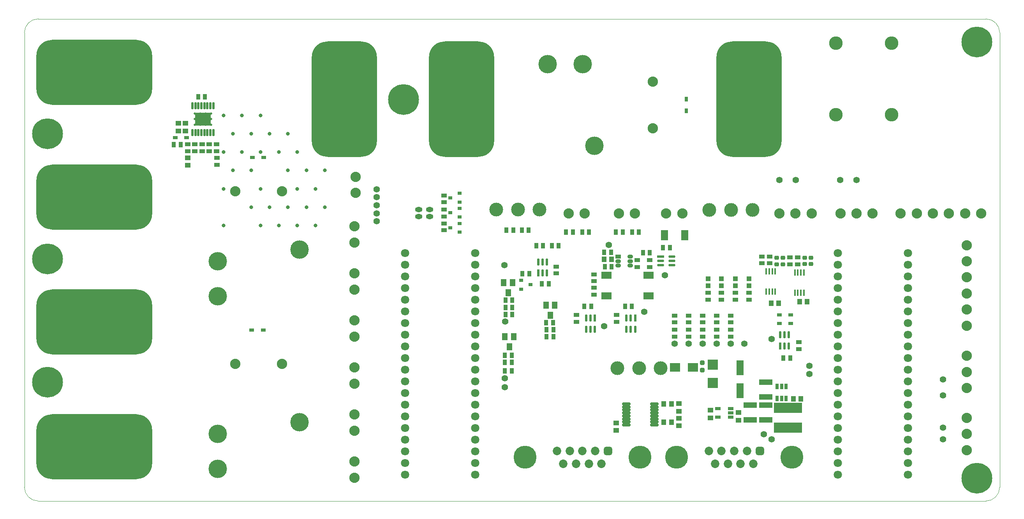
<source format=gts>
G04*
G04 #@! TF.GenerationSoftware,Altium Limited,Altium Designer,23.10.1 (27)*
G04*
G04 Layer_Color=8388736*
%FSLAX25Y25*%
%MOIN*%
G70*
G04*
G04 #@! TF.SameCoordinates,CFD1AF01-5425-4A94-9F85-96FFE65A43DD*
G04*
G04*
G04 #@! TF.FilePolarity,Negative*
G04*
G01*
G75*
%ADD22C,0.00039*%
G04:AMPARAMS|DCode=28|XSize=59.06mil|YSize=17.72mil|CornerRadius=1.95mil|HoleSize=0mil|Usage=FLASHONLY|Rotation=90.000|XOffset=0mil|YOffset=0mil|HoleType=Round|Shape=RoundedRectangle|*
%AMROUNDEDRECTD28*
21,1,0.05906,0.01382,0,0,90.0*
21,1,0.05516,0.01772,0,0,90.0*
1,1,0.00390,0.00691,0.02758*
1,1,0.00390,0.00691,-0.02758*
1,1,0.00390,-0.00691,-0.02758*
1,1,0.00390,-0.00691,0.02758*
%
%ADD28ROUNDEDRECTD28*%
G04:AMPARAMS|DCode=30|XSize=60.62mil|YSize=22.28mil|CornerRadius=11.14mil|HoleSize=0mil|Usage=FLASHONLY|Rotation=0.000|XOffset=0mil|YOffset=0mil|HoleType=Round|Shape=RoundedRectangle|*
%AMROUNDEDRECTD30*
21,1,0.06062,0.00000,0,0,0.0*
21,1,0.03834,0.02228,0,0,0.0*
1,1,0.02228,0.01917,0.00000*
1,1,0.02228,-0.01917,0.00000*
1,1,0.02228,-0.01917,0.00000*
1,1,0.02228,0.01917,0.00000*
%
%ADD30ROUNDEDRECTD30*%
%ADD31R,0.06062X0.02228*%
%ADD39R,0.02228X0.06062*%
G04:AMPARAMS|DCode=40|XSize=60.62mil|YSize=22.28mil|CornerRadius=11.14mil|HoleSize=0mil|Usage=FLASHONLY|Rotation=90.000|XOffset=0mil|YOffset=0mil|HoleType=Round|Shape=RoundedRectangle|*
%AMROUNDEDRECTD40*
21,1,0.06062,0.00000,0,0,90.0*
21,1,0.03834,0.02228,0,0,90.0*
1,1,0.02228,0.00000,0.01917*
1,1,0.02228,0.00000,-0.01917*
1,1,0.02228,0.00000,-0.01917*
1,1,0.02228,0.00000,0.01917*
%
%ADD40ROUNDEDRECTD40*%
%ADD41R,0.06299X0.12598*%
%ADD48R,0.01772X0.05709*%
%ADD55R,0.03556X0.03162*%
%ADD56R,0.03753X0.04737*%
%ADD57R,0.03950X0.03162*%
%ADD58R,0.04540X0.03950*%
%ADD59R,0.04737X0.03753*%
%ADD60R,0.03753X0.04540*%
%ADD61O,0.04737X0.03556*%
%ADD62R,0.04737X0.03556*%
%ADD63R,0.04540X0.03753*%
%ADD64R,0.09068X0.06312*%
%ADD65R,0.03950X0.04540*%
%ADD66R,0.06312X0.09068*%
%ADD67O,0.06312X0.04343*%
%ADD68R,0.02965X0.04934*%
%ADD69R,0.11824X0.04934*%
%ADD70R,0.24422X0.08674*%
G04:AMPARAMS|DCode=71|XSize=37.92mil|YSize=34mil|CornerRadius=7.25mil|HoleSize=0mil|Usage=FLASHONLY|Rotation=180.000|XOffset=0mil|YOffset=0mil|HoleType=Round|Shape=RoundedRectangle|*
%AMROUNDEDRECTD71*
21,1,0.03792,0.01950,0,0,180.0*
21,1,0.02342,0.03400,0,0,180.0*
1,1,0.01450,-0.01171,0.00975*
1,1,0.01450,0.01171,0.00975*
1,1,0.01450,0.01171,-0.00975*
1,1,0.01450,-0.01171,-0.00975*
%
%ADD71ROUNDEDRECTD71*%
%ADD72R,0.09068X0.07296*%
G04:AMPARAMS|DCode=73|XSize=39.5mil|YSize=37.53mil|CornerRadius=7.69mil|HoleSize=0mil|Usage=FLASHONLY|Rotation=180.000|XOffset=0mil|YOffset=0mil|HoleType=Round|Shape=RoundedRectangle|*
%AMROUNDEDRECTD73*
21,1,0.03950,0.02215,0,0,180.0*
21,1,0.02411,0.03753,0,0,180.0*
1,1,0.01538,-0.01206,0.01107*
1,1,0.01538,0.01206,0.01107*
1,1,0.01538,0.01206,-0.01107*
1,1,0.01538,-0.01206,-0.01107*
%
%ADD73ROUNDEDRECTD73*%
%ADD74R,0.04934X0.03162*%
%ADD75R,0.08674X0.08674*%
%ADD76R,0.03950X0.03950*%
%ADD77R,0.03162X0.03950*%
%ADD78R,0.04737X0.06312*%
G04:AMPARAMS|DCode=79|XSize=25.72mil|YSize=70.99mil|CornerRadius=5.95mil|HoleSize=0mil|Usage=FLASHONLY|Rotation=270.000|XOffset=0mil|YOffset=0mil|HoleType=Round|Shape=RoundedRectangle|*
%AMROUNDEDRECTD79*
21,1,0.02572,0.05909,0,0,270.0*
21,1,0.01382,0.07099,0,0,270.0*
1,1,0.01190,-0.02955,-0.00691*
1,1,0.01190,-0.02955,0.00691*
1,1,0.01190,0.02955,0.00691*
1,1,0.01190,0.02955,-0.00691*
%
%ADD79ROUNDEDRECTD79*%
%ADD80C,0.08800*%
%ADD81C,0.07099*%
%ADD82C,0.05524*%
%ADD83C,0.26391*%
%ADD84C,0.11800*%
%ADD85C,0.11614*%
G04:AMPARAMS|DCode=86|XSize=992.25mil|YSize=559.18mil|CornerRadius=141.79mil|HoleSize=0mil|Usage=FLASHONLY|Rotation=0.000|XOffset=0mil|YOffset=0mil|HoleType=Round|Shape=RoundedRectangle|*
%AMROUNDEDRECTD86*
21,1,0.99225,0.27559,0,0,0.0*
21,1,0.70866,0.55918,0,0,0.0*
1,1,0.28359,0.35433,-0.13780*
1,1,0.28359,-0.35433,-0.13780*
1,1,0.28359,-0.35433,0.13780*
1,1,0.28359,0.35433,0.13780*
%
%ADD86ROUNDEDRECTD86*%
%ADD87C,0.15800*%
%ADD88C,0.19698*%
%ADD89C,0.07296*%
G04:AMPARAMS|DCode=90|XSize=72.96mil|YSize=72.96mil|CornerRadius=20.24mil|HoleSize=0mil|Usage=FLASHONLY|Rotation=0.000|XOffset=0mil|YOffset=0mil|HoleType=Round|Shape=RoundedRectangle|*
%AMROUNDEDRECTD90*
21,1,0.07296,0.03248,0,0,0.0*
21,1,0.03248,0.07296,0,0,0.0*
1,1,0.04048,0.01624,-0.01624*
1,1,0.04048,-0.01624,-0.01624*
1,1,0.04048,-0.01624,0.01624*
1,1,0.04048,0.01624,0.01624*
%
%ADD90ROUNDEDRECTD90*%
G04:AMPARAMS|DCode=91|XSize=992.25mil|YSize=559.18mil|CornerRadius=141.79mil|HoleSize=0mil|Usage=FLASHONLY|Rotation=270.000|XOffset=0mil|YOffset=0mil|HoleType=Round|Shape=RoundedRectangle|*
%AMROUNDEDRECTD91*
21,1,0.99225,0.27559,0,0,270.0*
21,1,0.70866,0.55918,0,0,270.0*
1,1,0.28359,-0.13780,-0.35433*
1,1,0.28359,-0.13780,0.35433*
1,1,0.28359,0.13780,0.35433*
1,1,0.28359,0.13780,-0.35433*
%
%ADD91ROUNDEDRECTD91*%
%ADD92C,0.01968*%
%ADD93C,0.03162*%
G36*
X159402Y332683D02*
Y322132D01*
Y322093D01*
X159372Y322021D01*
X159316Y321965D01*
X159244Y321935D01*
X159205D01*
D01*
X146331D01*
X146291D01*
X146219Y321965D01*
X146164Y322021D01*
X146134Y322093D01*
Y322132D01*
D01*
Y332683D01*
Y332723D01*
X146164Y332795D01*
X146219Y332850D01*
X146291Y332880D01*
X146331D01*
D01*
X159205D01*
X159244D01*
X159316Y332850D01*
X159372Y332795D01*
X159402Y332723D01*
Y332683D01*
D01*
D02*
G37*
D22*
X0Y11811D02*
G03*
X11811Y0I11811J0D01*
G01*
X822835D02*
G03*
X834646Y11811I0J11811D01*
G01*
Y401575D02*
G03*
X822835Y413386I-11811J0D01*
G01*
X11811D02*
G03*
X0Y401575I0J-11811D01*
G01*
X11811Y-0D02*
X822835Y0D01*
X834646Y401575D02*
X834646Y11811D01*
X11811Y413386D02*
X822835Y413386D01*
X-0Y401575D02*
X0Y11811D01*
D28*
X143811Y338825D02*
D03*
X146370D02*
D03*
X148929D02*
D03*
X151488D02*
D03*
X154047D02*
D03*
X156606D02*
D03*
X159165D02*
D03*
X161724D02*
D03*
Y315990D02*
D03*
X159165D02*
D03*
X156606D02*
D03*
X154047D02*
D03*
X151488D02*
D03*
X148929D02*
D03*
X146370D02*
D03*
X143811D02*
D03*
D30*
X553998Y209646D02*
D03*
Y205906D02*
D03*
Y202165D02*
D03*
X544427D02*
D03*
Y205906D02*
D03*
D31*
Y209646D02*
D03*
D39*
X439653Y195441D02*
D03*
X488142Y156900D02*
D03*
X522642D02*
D03*
X646760Y132929D02*
D03*
D40*
X443394Y195441D02*
D03*
X447134D02*
D03*
Y205012D02*
D03*
X443394D02*
D03*
X439653D02*
D03*
X484402Y156900D02*
D03*
X480661D02*
D03*
Y147329D02*
D03*
X484402D02*
D03*
X488142D02*
D03*
X518902Y156900D02*
D03*
X515161D02*
D03*
Y147329D02*
D03*
X518902D02*
D03*
X522642D02*
D03*
X650500Y132929D02*
D03*
X654240D02*
D03*
Y142500D02*
D03*
X650500D02*
D03*
X646760D02*
D03*
D41*
X612500Y94657D02*
D03*
Y114342D02*
D03*
D48*
X659370Y178713D02*
D03*
X661929D02*
D03*
X664488D02*
D03*
X667047D02*
D03*
Y196035D02*
D03*
X664488D02*
D03*
X661929D02*
D03*
X659370D02*
D03*
X634854Y179579D02*
D03*
X637413D02*
D03*
X639972D02*
D03*
X642531D02*
D03*
Y196902D02*
D03*
X639972D02*
D03*
X637413D02*
D03*
X634854D02*
D03*
D55*
X433071Y185433D02*
D03*
X425197Y189173D02*
D03*
Y181693D02*
D03*
X364469Y260039D02*
D03*
X372342Y256299D02*
D03*
Y263779D02*
D03*
X364567Y234154D02*
D03*
X372441Y230413D02*
D03*
Y237894D02*
D03*
X364469Y247146D02*
D03*
X372342Y243406D02*
D03*
Y250886D02*
D03*
D56*
X133760Y305610D02*
D03*
X127854D02*
D03*
X512008Y230709D02*
D03*
X506102D02*
D03*
X535236Y212992D02*
D03*
X529331D02*
D03*
X502165Y213386D02*
D03*
X496260D02*
D03*
X496654Y200787D02*
D03*
X502559D02*
D03*
X154527Y346618D02*
D03*
X148622D02*
D03*
X417004Y118762D02*
D03*
X411098D02*
D03*
X655453Y122715D02*
D03*
X649547D02*
D03*
X513949Y166936D02*
D03*
X519854D02*
D03*
X479185D02*
D03*
X485091D02*
D03*
X446500Y152756D02*
D03*
X452406D02*
D03*
X446807Y140863D02*
D03*
X452713D02*
D03*
X411681Y159750D02*
D03*
X417587D02*
D03*
X412402Y232283D02*
D03*
X418307D02*
D03*
X437992Y218898D02*
D03*
X443898D02*
D03*
X411646Y172255D02*
D03*
X417551D02*
D03*
X417520Y166043D02*
D03*
X411614D02*
D03*
X411047Y125000D02*
D03*
X416953D02*
D03*
X411098Y111659D02*
D03*
X417004D02*
D03*
X452658Y147047D02*
D03*
X446752D02*
D03*
X552362Y217323D02*
D03*
X546457D02*
D03*
X463583Y230709D02*
D03*
X469488D02*
D03*
X448846Y186227D02*
D03*
X442941D02*
D03*
X432087Y194882D02*
D03*
X426181D02*
D03*
D57*
X129035Y311516D02*
D03*
X138878D02*
D03*
X655921Y159715D02*
D03*
X646079D02*
D03*
X194984Y294408D02*
D03*
X204827D02*
D03*
X194484Y146416D02*
D03*
X204327D02*
D03*
X655921Y152215D02*
D03*
X646079D02*
D03*
D58*
X137894Y317323D02*
D03*
Y323819D02*
D03*
X139665Y294291D02*
D03*
Y287795D02*
D03*
X131693Y323819D02*
D03*
Y317323D02*
D03*
X560000Y64480D02*
D03*
Y70976D02*
D03*
X611000Y69252D02*
D03*
Y75748D02*
D03*
X587000Y71252D02*
D03*
Y77748D02*
D03*
X560000Y76980D02*
D03*
Y83476D02*
D03*
X506500Y60480D02*
D03*
Y66976D02*
D03*
D59*
X139665Y305807D02*
D03*
Y299902D02*
D03*
X164567Y305807D02*
D03*
Y299902D02*
D03*
X164665Y294094D02*
D03*
Y288189D02*
D03*
X535039Y206496D02*
D03*
Y200591D02*
D03*
X524409Y206496D02*
D03*
Y200591D02*
D03*
X487402Y182874D02*
D03*
Y176969D02*
D03*
X359055Y243898D02*
D03*
Y249803D02*
D03*
Y237992D02*
D03*
Y232087D02*
D03*
Y256102D02*
D03*
Y262008D02*
D03*
X145866Y299902D02*
D03*
Y305807D02*
D03*
X152067Y299902D02*
D03*
Y305807D02*
D03*
X158268Y299955D02*
D03*
Y305861D02*
D03*
X661709Y208827D02*
D03*
Y202921D02*
D03*
X620047Y172547D02*
D03*
Y178453D02*
D03*
X596547Y172547D02*
D03*
Y178453D02*
D03*
X472278Y153661D02*
D03*
Y159567D02*
D03*
X608547Y172547D02*
D03*
Y178453D02*
D03*
X662623Y136167D02*
D03*
Y130262D02*
D03*
X585047Y172547D02*
D03*
Y178453D02*
D03*
X506778Y153661D02*
D03*
Y159567D02*
D03*
X455118Y200984D02*
D03*
Y195079D02*
D03*
X655209Y202921D02*
D03*
Y208827D02*
D03*
X631193Y209693D02*
D03*
Y203787D02*
D03*
X637693Y203787D02*
D03*
Y209693D02*
D03*
X580500Y146953D02*
D03*
Y141047D02*
D03*
X592500Y146953D02*
D03*
Y141047D02*
D03*
X604500Y146953D02*
D03*
Y141047D02*
D03*
X568500Y146953D02*
D03*
Y141047D02*
D03*
X556500Y146953D02*
D03*
Y141047D02*
D03*
D60*
X519980Y230709D02*
D03*
X525689D02*
D03*
X477461D02*
D03*
X483169D02*
D03*
X451476Y218898D02*
D03*
X457185D02*
D03*
X425886Y232283D02*
D03*
X431595D02*
D03*
D61*
X518504Y201969D02*
D03*
Y205709D02*
D03*
Y209449D02*
D03*
X508268Y201969D02*
D03*
Y205709D02*
D03*
D62*
Y209449D02*
D03*
D63*
X487402Y188484D02*
D03*
Y194193D02*
D03*
X580500Y153146D02*
D03*
Y158854D02*
D03*
X604500Y153146D02*
D03*
Y158854D02*
D03*
X592500Y153146D02*
D03*
Y158854D02*
D03*
X568500Y153146D02*
D03*
Y158854D02*
D03*
X556500Y153146D02*
D03*
Y158854D02*
D03*
D64*
X498228Y175787D02*
D03*
Y193504D02*
D03*
X534055D02*
D03*
Y175787D02*
D03*
D65*
X495965Y207087D02*
D03*
X502461D02*
D03*
X658004Y87500D02*
D03*
X664500D02*
D03*
X547252Y67728D02*
D03*
X553748D02*
D03*
X547252Y83228D02*
D03*
X553748D02*
D03*
X645472Y169424D02*
D03*
X638976D02*
D03*
X669783Y170866D02*
D03*
X663287D02*
D03*
D66*
X547638Y227953D02*
D03*
X564961D02*
D03*
D67*
X337598Y249803D02*
D03*
Y243898D02*
D03*
X346654Y249803D02*
D03*
Y243898D02*
D03*
D68*
X651740Y87783D02*
D03*
X648000D02*
D03*
X644260D02*
D03*
Y98216D02*
D03*
X648000D02*
D03*
X651740D02*
D03*
D69*
X634500Y89102D02*
D03*
Y101898D02*
D03*
Y82398D02*
D03*
Y69602D02*
D03*
X621000Y82398D02*
D03*
Y69602D02*
D03*
D70*
X653465Y63000D02*
D03*
Y79929D02*
D03*
D71*
X667709Y203118D02*
D03*
Y208630D02*
D03*
X673209Y203118D02*
D03*
Y208630D02*
D03*
X649193Y202984D02*
D03*
Y208496D02*
D03*
X643693Y202984D02*
D03*
Y208496D02*
D03*
D72*
X556823Y114500D02*
D03*
X572177D02*
D03*
D73*
X580000Y112350D02*
D03*
Y118650D02*
D03*
D74*
X593587Y71760D02*
D03*
Y79240D02*
D03*
X604413D02*
D03*
Y75500D02*
D03*
Y71760D02*
D03*
D75*
X589000Y116874D02*
D03*
Y101126D02*
D03*
D76*
X596547Y184547D02*
D03*
Y190453D02*
D03*
X620047Y184547D02*
D03*
Y190453D02*
D03*
X608547Y184547D02*
D03*
Y190453D02*
D03*
X585047Y184547D02*
D03*
Y190453D02*
D03*
D77*
X566335Y344559D02*
D03*
Y334717D02*
D03*
D78*
X453933Y167930D02*
D03*
X446453D02*
D03*
X450193Y159269D02*
D03*
X417740Y187331D02*
D03*
X410260D02*
D03*
X414000Y178669D02*
D03*
X418740Y140962D02*
D03*
X411260D02*
D03*
X415000Y132300D02*
D03*
D79*
X514992Y83185D02*
D03*
Y80626D02*
D03*
Y78067D02*
D03*
Y75508D02*
D03*
Y72949D02*
D03*
Y70390D02*
D03*
Y67831D02*
D03*
Y65272D02*
D03*
X539008Y83185D02*
D03*
Y80626D02*
D03*
Y78067D02*
D03*
Y75508D02*
D03*
Y72949D02*
D03*
Y70390D02*
D03*
Y67831D02*
D03*
Y65272D02*
D03*
D80*
X283465Y264173D02*
D03*
Y277973D02*
D03*
X806299Y164173D02*
D03*
Y150373D02*
D03*
Y191773D02*
D03*
Y205573D02*
D03*
Y219373D02*
D03*
Y177973D02*
D03*
X673642Y246457D02*
D03*
X659842D02*
D03*
X646042D02*
D03*
X725906D02*
D03*
X712106D02*
D03*
X698306D02*
D03*
X791261D02*
D03*
X749861D02*
D03*
X763661D02*
D03*
X777461D02*
D03*
X818861D02*
D03*
X805061D02*
D03*
X522413D02*
D03*
X508613D02*
D03*
X479548D02*
D03*
X465748D02*
D03*
X549213D02*
D03*
X563013D02*
D03*
X282441Y60340D02*
D03*
Y74140D02*
D03*
X220406Y117416D02*
D03*
X180405D02*
D03*
X537835Y319638D02*
D03*
Y359638D02*
D03*
X220406Y265408D02*
D03*
X180405D02*
D03*
X806299Y124409D02*
D03*
Y110609D02*
D03*
Y96810D02*
D03*
X282441Y33800D02*
D03*
Y20000D02*
D03*
X806299Y71260D02*
D03*
Y57460D02*
D03*
Y43660D02*
D03*
X282441Y114480D02*
D03*
Y100680D02*
D03*
Y154820D02*
D03*
Y141020D02*
D03*
Y195160D02*
D03*
Y181360D02*
D03*
Y235500D02*
D03*
Y221700D02*
D03*
D81*
X696000Y22648D02*
D03*
Y32649D02*
D03*
Y42649D02*
D03*
Y52649D02*
D03*
Y62648D02*
D03*
Y72649D02*
D03*
Y82648D02*
D03*
Y92649D02*
D03*
Y102648D02*
D03*
Y112648D02*
D03*
Y122649D02*
D03*
Y132649D02*
D03*
Y142648D02*
D03*
Y152648D02*
D03*
Y162648D02*
D03*
Y172649D02*
D03*
Y182649D02*
D03*
Y192648D02*
D03*
Y202648D02*
D03*
Y212649D02*
D03*
X756000D02*
D03*
Y202648D02*
D03*
Y192648D02*
D03*
Y182649D02*
D03*
Y172649D02*
D03*
Y162648D02*
D03*
Y152648D02*
D03*
Y142648D02*
D03*
Y132649D02*
D03*
Y122649D02*
D03*
Y112648D02*
D03*
Y102648D02*
D03*
Y92649D02*
D03*
Y82648D02*
D03*
Y72649D02*
D03*
Y62648D02*
D03*
Y52649D02*
D03*
Y42649D02*
D03*
Y32649D02*
D03*
Y22648D02*
D03*
X325827D02*
D03*
Y32649D02*
D03*
Y42649D02*
D03*
Y52649D02*
D03*
Y62648D02*
D03*
Y72649D02*
D03*
Y82648D02*
D03*
Y92649D02*
D03*
Y102648D02*
D03*
Y112648D02*
D03*
Y122649D02*
D03*
Y132649D02*
D03*
Y142648D02*
D03*
Y152648D02*
D03*
Y162648D02*
D03*
Y172649D02*
D03*
Y182649D02*
D03*
Y192648D02*
D03*
Y202648D02*
D03*
Y212649D02*
D03*
X385827D02*
D03*
Y202648D02*
D03*
Y192648D02*
D03*
Y182649D02*
D03*
Y172649D02*
D03*
Y162648D02*
D03*
Y152648D02*
D03*
Y142648D02*
D03*
Y132649D02*
D03*
Y122649D02*
D03*
Y112648D02*
D03*
Y102648D02*
D03*
Y92649D02*
D03*
Y82648D02*
D03*
Y72649D02*
D03*
Y62648D02*
D03*
Y52649D02*
D03*
Y42649D02*
D03*
Y32649D02*
D03*
Y22648D02*
D03*
D82*
X660236Y275197D02*
D03*
X646063D02*
D03*
X712205D02*
D03*
X698032D02*
D03*
X500000Y219685D02*
D03*
X548032Y193701D02*
D03*
X301575Y239764D02*
D03*
X530315Y162205D02*
D03*
X301575Y246654D02*
D03*
X639370Y138976D02*
D03*
X301575Y253543D02*
D03*
X496063Y150000D02*
D03*
X301575Y260433D02*
D03*
X410630Y202362D02*
D03*
X301575Y267323D02*
D03*
X411024Y97638D02*
D03*
X411417Y153937D02*
D03*
X411024Y105118D02*
D03*
X786221Y52756D02*
D03*
X639370D02*
D03*
X786221Y62992D02*
D03*
X632677Y57087D02*
D03*
X786221Y90551D02*
D03*
X671654Y109055D02*
D03*
X786221Y104331D02*
D03*
X671654Y115748D02*
D03*
X616000Y135000D02*
D03*
X580500D02*
D03*
X568500D02*
D03*
X556500D02*
D03*
X592500D02*
D03*
X604500D02*
D03*
D83*
X324410Y344094D02*
D03*
X19685Y314961D02*
D03*
Y207480D02*
D03*
Y101969D02*
D03*
X814961Y19685D02*
D03*
Y393701D02*
D03*
D84*
X586228Y249587D02*
D03*
X604728D02*
D03*
X623228D02*
D03*
X544500Y114000D02*
D03*
X526000D02*
D03*
X507500D02*
D03*
X440937Y249805D02*
D03*
X422437D02*
D03*
X403937D02*
D03*
D85*
X694587Y331398D02*
D03*
Y392421D02*
D03*
X742224Y331398D02*
D03*
Y392421D02*
D03*
D86*
X59941Y367520D02*
D03*
Y153609D02*
D03*
Y46654D02*
D03*
Y260564D02*
D03*
D87*
X165405Y57416D02*
D03*
Y27416D02*
D03*
X235405Y67416D02*
D03*
X477835Y374638D02*
D03*
X447835D02*
D03*
X487835Y304638D02*
D03*
X165405Y205408D02*
D03*
Y175408D02*
D03*
X235405Y215408D02*
D03*
D88*
X656689Y37402D02*
D03*
X558264D02*
D03*
X526768D02*
D03*
X428342D02*
D03*
D89*
X591118Y31811D02*
D03*
X602024D02*
D03*
X612929D02*
D03*
X623835D02*
D03*
X618382Y42992D02*
D03*
X585665D02*
D03*
X596571D02*
D03*
X607476D02*
D03*
X461197Y31811D02*
D03*
X472102D02*
D03*
X483008D02*
D03*
X493913D02*
D03*
X488461Y42992D02*
D03*
X455744D02*
D03*
X466650D02*
D03*
X477555D02*
D03*
D90*
X629287D02*
D03*
X499366D02*
D03*
D91*
X620079Y344488D02*
D03*
X374016D02*
D03*
X273622Y344488D02*
D03*
D92*
X159854Y327408D02*
D03*
X155130D02*
D03*
X150406D02*
D03*
X145681D02*
D03*
X159854Y332132D02*
D03*
X155130D02*
D03*
X150406D02*
D03*
X145681D02*
D03*
X159854Y322684D02*
D03*
X155130D02*
D03*
X150406D02*
D03*
X145681D02*
D03*
D93*
X257083Y283465D02*
D03*
X249209Y267717D02*
D03*
X257083Y251969D02*
D03*
X249209Y236220D02*
D03*
X233461Y299213D02*
D03*
X241335Y283465D02*
D03*
X233461Y267717D02*
D03*
X241335Y251969D02*
D03*
X233461Y236220D02*
D03*
X225587Y314961D02*
D03*
X217713Y299213D02*
D03*
X225587Y283465D02*
D03*
Y251969D02*
D03*
X217713Y236220D02*
D03*
X201964Y330709D02*
D03*
X209839Y314961D02*
D03*
X201964Y299213D02*
D03*
Y267717D02*
D03*
X209839Y251969D02*
D03*
X201964Y236220D02*
D03*
X186216Y330709D02*
D03*
X194090Y314961D02*
D03*
X186216Y299213D02*
D03*
X194090Y283465D02*
D03*
Y251969D02*
D03*
X170468Y330709D02*
D03*
X178342Y314961D02*
D03*
X170468Y299213D02*
D03*
X178342Y283465D02*
D03*
X170468Y267717D02*
D03*
Y236220D02*
D03*
M02*

</source>
